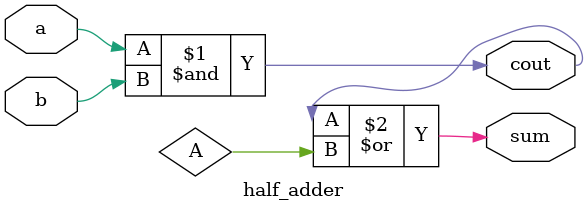
<source format=v>
module half_adder( 
input a, b,
output cout, sum );
and sum_comp (cout, a, b);
or (sum, cout, A);
endmodule

</source>
